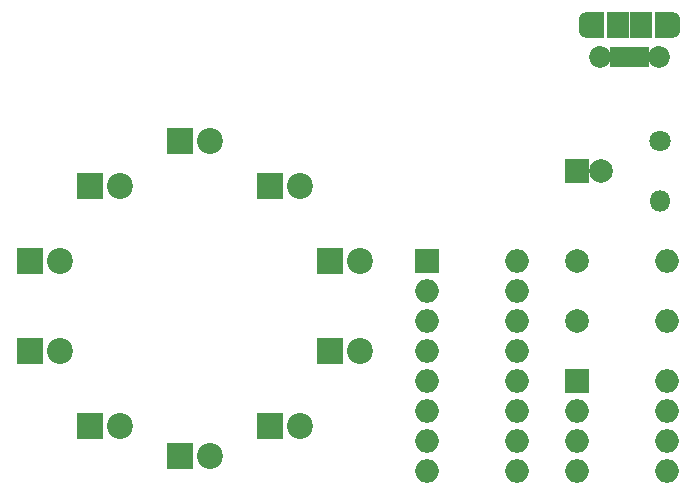
<source format=gbr>
G04 #@! TF.FileFunction,Soldermask,Top*
%FSLAX46Y46*%
G04 Gerber Fmt 4.6, Leading zero omitted, Abs format (unit mm)*
G04 Created by KiCad (PCBNEW 4.0.7-e2-6376~58~ubuntu16.04.1) date Wed Apr 11 12:48:13 2018*
%MOMM*%
%LPD*%
G01*
G04 APERTURE LIST*
%ADD10C,0.100000*%
%ADD11R,1.900000X2.300000*%
%ADD12C,1.850000*%
%ADD13R,0.800000X1.750000*%
%ADD14O,1.600000X2.300000*%
%ADD15R,1.600000X2.300000*%
%ADD16R,2.000000X2.000000*%
%ADD17C,2.000000*%
%ADD18R,2.200000X2.200000*%
%ADD19C,2.200000*%
%ADD20O,2.000000X2.000000*%
%ADD21C,1.800000*%
%ADD22O,1.800000X1.800000*%
G04 APERTURE END LIST*
D10*
D11*
X183150000Y-84105000D03*
D12*
X186650000Y-86805000D03*
D13*
X184800000Y-86805000D03*
X185450000Y-86805000D03*
X182850000Y-86805000D03*
X183500000Y-86805000D03*
X184150000Y-86805000D03*
D12*
X181650000Y-86805000D03*
D11*
X185150000Y-84105000D03*
D14*
X187650000Y-84105000D03*
X180650000Y-84105000D03*
D15*
X181250000Y-84105000D03*
X187050000Y-84105000D03*
D16*
X179705000Y-96520000D03*
D17*
X181705000Y-96520000D03*
D18*
X146050000Y-93980000D03*
D19*
X148590000Y-93980000D03*
D18*
X153670000Y-97790000D03*
D19*
X156210000Y-97790000D03*
D18*
X158750000Y-104140000D03*
D19*
X161290000Y-104140000D03*
D18*
X158750000Y-111760000D03*
D19*
X161290000Y-111760000D03*
D18*
X153670000Y-118110000D03*
D19*
X156210000Y-118110000D03*
D18*
X146050000Y-120650000D03*
D19*
X148590000Y-120650000D03*
D18*
X138430000Y-118110000D03*
D19*
X140970000Y-118110000D03*
D18*
X133350000Y-111760000D03*
D19*
X135890000Y-111760000D03*
D18*
X133350000Y-104140000D03*
D19*
X135890000Y-104140000D03*
D18*
X138430000Y-97790000D03*
D19*
X140970000Y-97790000D03*
D17*
X179705000Y-104140000D03*
D20*
X187325000Y-104140000D03*
D17*
X179705000Y-109220000D03*
D20*
X187325000Y-109220000D03*
D21*
X186690000Y-93980000D03*
D22*
X186690000Y-99060000D03*
D16*
X167005000Y-104140000D03*
D20*
X174625000Y-121920000D03*
X167005000Y-106680000D03*
X174625000Y-119380000D03*
X167005000Y-109220000D03*
X174625000Y-116840000D03*
X167005000Y-111760000D03*
X174625000Y-114300000D03*
X167005000Y-114300000D03*
X174625000Y-111760000D03*
X167005000Y-116840000D03*
X174625000Y-109220000D03*
X167005000Y-119380000D03*
X174625000Y-106680000D03*
X167005000Y-121920000D03*
X174625000Y-104140000D03*
D16*
X179705000Y-114300000D03*
D20*
X187325000Y-121920000D03*
X179705000Y-116840000D03*
X187325000Y-119380000D03*
X179705000Y-119380000D03*
X187325000Y-116840000D03*
X179705000Y-121920000D03*
X187325000Y-114300000D03*
M02*

</source>
